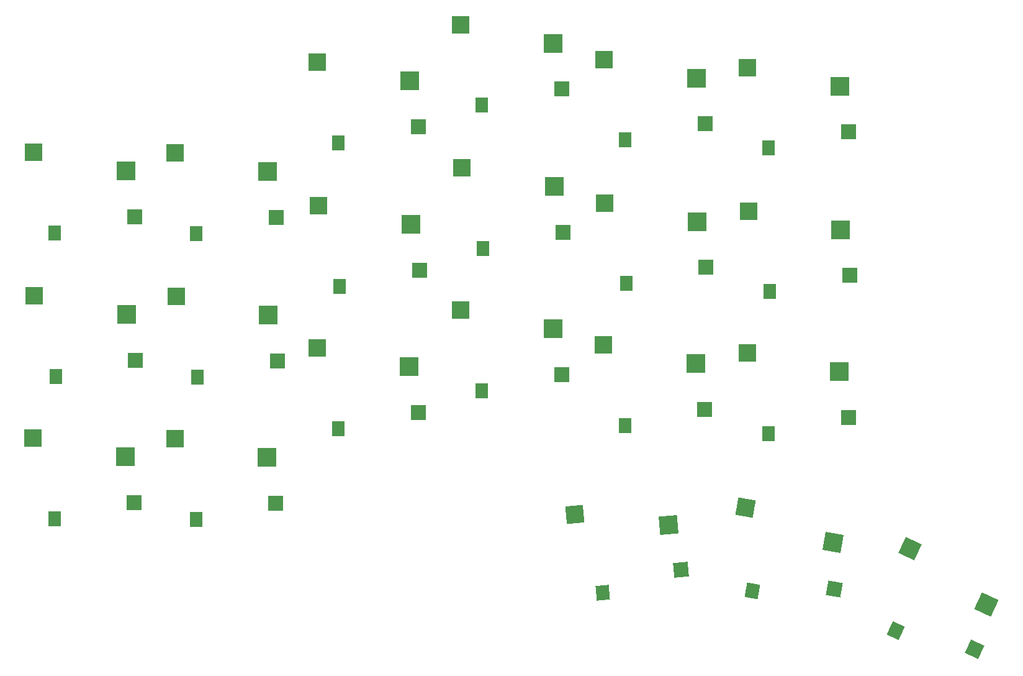
<source format=gbr>
%TF.GenerationSoftware,KiCad,Pcbnew,7.0.6*%
%TF.CreationDate,2023-08-11T19:59:34+07:00*%
%TF.ProjectId,keyboard_pcb,6b657962-6f61-4726-945f-7063622e6b69,rev1.0*%
%TF.SameCoordinates,Original*%
%TF.FileFunction,Paste,Top*%
%TF.FilePolarity,Positive*%
%FSLAX46Y46*%
G04 Gerber Fmt 4.6, Leading zero omitted, Abs format (unit mm)*
G04 Created by KiCad (PCBNEW 7.0.6) date 2023-08-11 19:59:34*
%MOMM*%
%LPD*%
G01*
G04 APERTURE LIST*
G04 Aperture macros list*
%AMRotRect*
0 Rectangle, with rotation*
0 The origin of the aperture is its center*
0 $1 length*
0 $2 width*
0 $3 Rotation angle, in degrees counterclockwise*
0 Add horizontal line*
21,1,$1,$2,0,0,$3*%
G04 Aperture macros list end*
%ADD10R,2.500000X2.500000*%
%ADD11R,1.800000X2.000000*%
%ADD12R,2.000000X2.000000*%
%ADD13R,2.400000X2.400000*%
%ADD14RotRect,2.400000X2.400000X350.000000*%
%ADD15RotRect,2.000000X2.000000X350.000000*%
%ADD16RotRect,1.800000X2.000000X350.000000*%
%ADD17RotRect,2.500000X2.500000X350.000000*%
%ADD18RotRect,2.400000X2.400000X335.000000*%
%ADD19RotRect,2.000000X2.000000X335.000000*%
%ADD20RotRect,1.800000X2.000000X335.000000*%
%ADD21RotRect,2.500000X2.500000X335.000000*%
%ADD22RotRect,2.400000X2.400000X5.000000*%
%ADD23RotRect,2.000000X2.000000X5.000000*%
%ADD24RotRect,1.800000X2.000000X5.000000*%
%ADD25RotRect,2.500000X2.500000X5.000000*%
G04 APERTURE END LIST*
D10*
%TO.C,K03*%
X157776000Y-43433999D03*
D11*
X148076000Y-51874000D03*
D12*
X158976000Y-49674000D03*
D13*
X145176000Y-40894000D03*
%TD*%
D14*
%TO.C,K31*%
X184018729Y-106757382D03*
D15*
X196084445Y-117800339D03*
D16*
X184968014Y-118074151D03*
D17*
X195986240Y-111446760D03*
%TD*%
D18*
%TO.C,K32*%
X206482046Y-112267132D03*
D19*
X215278506Y-126056647D03*
D20*
X204469990Y-123443985D03*
D21*
X216828075Y-119894143D03*
%TD*%
D22*
%TO.C,K30*%
X160725339Y-107652619D03*
D23*
X175238053Y-115196459D03*
D24*
X164571274Y-118338085D03*
D25*
X173498768Y-109084790D03*
%TD*%
D10*
%TO.C,K25*%
X196830000Y-88203999D03*
D11*
X187130000Y-96644000D03*
D12*
X198030000Y-94444000D03*
D13*
X184230000Y-85664000D03*
%TD*%
D10*
%TO.C,K24*%
X177254000Y-87103999D03*
D11*
X167554000Y-95544000D03*
D12*
X178454000Y-93344000D03*
D13*
X164654000Y-84564000D03*
%TD*%
D10*
%TO.C,K23*%
X157730000Y-82357999D03*
D11*
X148030000Y-90798000D03*
D12*
X158930000Y-88598000D03*
D13*
X145130000Y-79818000D03*
%TD*%
D10*
%TO.C,K22*%
X138166000Y-87513999D03*
D11*
X128466000Y-95954000D03*
D12*
X139366000Y-93754000D03*
D13*
X125566000Y-84974000D03*
%TD*%
D10*
%TO.C,K21*%
X118767000Y-99849999D03*
D11*
X109067000Y-108290000D03*
D12*
X119967000Y-106090000D03*
D13*
X106167000Y-97310000D03*
%TD*%
D10*
%TO.C,K20*%
X99457000Y-99773999D03*
D11*
X89757000Y-108214000D03*
D12*
X100657000Y-106014000D03*
D13*
X86857000Y-97234000D03*
%TD*%
%TO.C,K15*%
X184404000Y-66294000D03*
D12*
X198204000Y-75074000D03*
D11*
X187304000Y-77274000D03*
D10*
X197004000Y-68833999D03*
%TD*%
D13*
%TO.C,K14*%
X164828000Y-65194000D03*
D12*
X178628000Y-73974000D03*
D11*
X167728000Y-76174000D03*
D10*
X177428000Y-67733999D03*
%TD*%
D13*
%TO.C,K13*%
X145304000Y-60448000D03*
D12*
X159104000Y-69228000D03*
D11*
X148204000Y-71428000D03*
D10*
X157904000Y-62987999D03*
%TD*%
D13*
%TO.C,K12*%
X125740000Y-65604000D03*
D12*
X139540000Y-74384000D03*
D11*
X128640000Y-76584000D03*
D10*
X138340000Y-68143999D03*
%TD*%
D13*
%TO.C,K11*%
X106341000Y-77940000D03*
D12*
X120141000Y-86720000D03*
D11*
X109241000Y-88920000D03*
D10*
X118941000Y-80479999D03*
%TD*%
D13*
%TO.C,K10*%
X87031000Y-77864000D03*
D12*
X100831000Y-86644000D03*
D11*
X89931000Y-88844000D03*
D10*
X99631000Y-80403999D03*
%TD*%
%TO.C,K05*%
X196876000Y-49279999D03*
D11*
X187176000Y-57720000D03*
D12*
X198076000Y-55520000D03*
D13*
X184276000Y-46740000D03*
%TD*%
D10*
%TO.C,K04*%
X177300000Y-48179999D03*
D11*
X167600000Y-56620000D03*
D12*
X178500000Y-54420000D03*
D13*
X164700000Y-45640000D03*
%TD*%
D10*
%TO.C,K02*%
X138212000Y-48589999D03*
D11*
X128512000Y-57030000D03*
D12*
X139412000Y-54830000D03*
D13*
X125612000Y-46050000D03*
%TD*%
D10*
%TO.C,K01*%
X118813000Y-60925999D03*
D11*
X109113000Y-69366000D03*
D12*
X120013000Y-67166000D03*
D13*
X106213000Y-58386000D03*
%TD*%
D10*
%TO.C,K00*%
X99503000Y-60849999D03*
D11*
X89803000Y-69290000D03*
D12*
X100703000Y-67090000D03*
D13*
X86903000Y-58310000D03*
%TD*%
M02*

</source>
